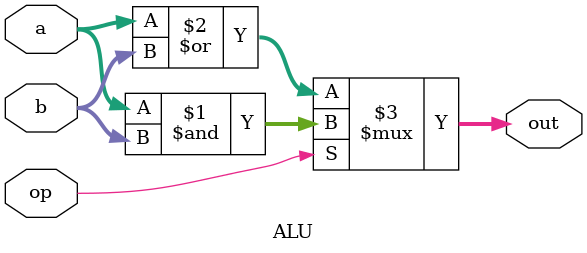
<source format=sv>
module ALU (
    input logic op,
    input logic [7:0] a,
    input logic [7:0] b,
    output logic [7:0] out
);
        assign out = op ? a & b : a | b; 
endmodule

</source>
